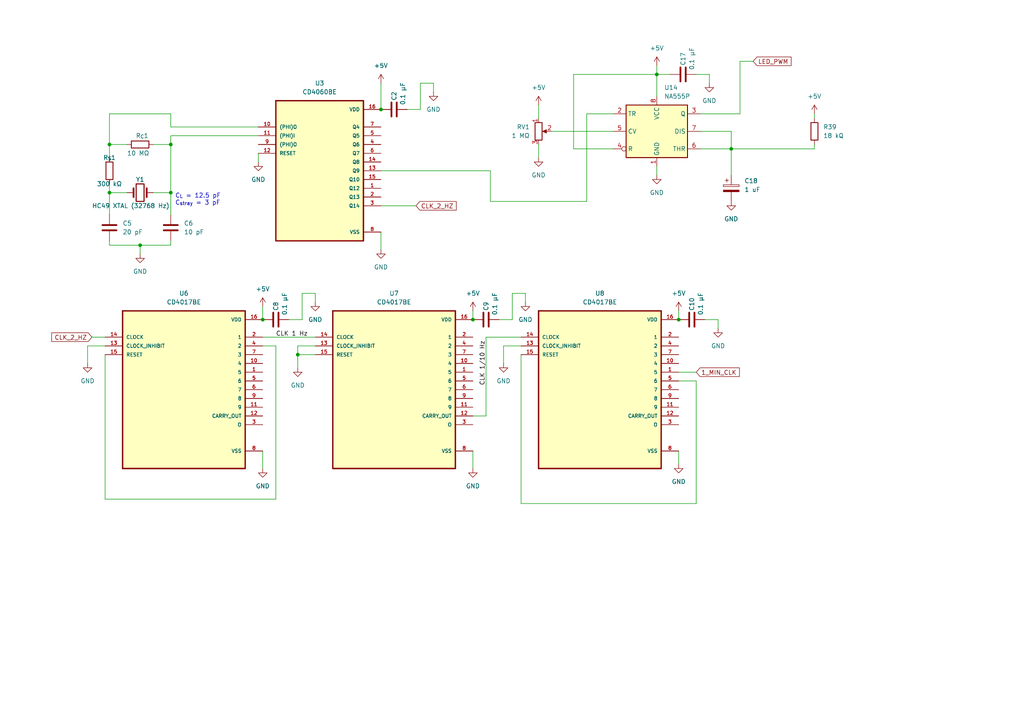
<source format=kicad_sch>
(kicad_sch (version 20250114) (generator "eeschema") (generator_version "9.0")
  (paper "A4")
  (lib_symbols
    (symbol "CD4017BE:CD4017BE" (pin_names (offset 1.016))
      (property "Reference" "U" (at -17.78 23.86 0))
      (property "Value" "CD4017BE" (at -17.78 -26.86 0))
      (symbol "CD4017BE_0_0"
        (rectangle (start -17.78 -22.86) (end 17.78 22.86) (stroke (width 0.41)) (fill (type background)))
        (pin input line (at -22.86 15.24 0) (length 5.08) (name "CLOCK") (number "14"))
        (pin input line (at -22.86 12.7 0) (length 5.08) (name "CLOCK_INHIBIT") (number "13"))
        (pin input line (at -22.86 10.16 0) (length 5.08) (name "RESET") (number "15"))
        (pin power_in line (at 22.86 20.32 180) (length 5.08) (name "VDD") (number "16"))
        (pin output line (at 22.86 15.24 180) (length 5.08) (name "1") (number "2"))
        (pin output line (at 22.86 12.7 180) (length 5.08) (name "2") (number "4"))
        (pin output line (at 22.86 10.16 180) (length 5.08) (name "3") (number "7"))
        (pin output line (at 22.86 7.62 180) (length 5.08) (name "4") (number "10"))
        (pin output line (at 22.86 5.08 180) (length 5.08) (name "5") (number "1"))
        (pin output line (at 22.86 2.54 180) (length 5.08) (name "6") (number "5"))
        (pin output line (at 22.86 0 180) (length 5.08) (name "7") (number "6"))
        (pin output line (at 22.86 -2.54 180) (length 5.08) (name "8") (number "9"))
        (pin output line (at 22.86 -5.08 180) (length 5.08) (name "9") (number "11"))
        (pin output line (at 22.86 -7.62 180) (length 5.08) (name "CARRY_OUT") (number "12"))
        (pin output line (at 22.86 -10.16 180) (length 5.08) (name "O") (number "3"))
        (pin power_in line (at 22.86 -17.78 180) (length 5.08) (name "VSS") (number "8"))
      )
    )
    (symbol "CD4060BE:CD4060BE" (pin_names (offset 1.016))
      (property "Reference" "U" (at -12.7 21.32 0))
      (property "Value" "CD4060BE" (at -12.7 -24.32 0))
      (symbol "CD4060BE_0_0"
        (rectangle (start -12.7 -20.32) (end 12.7 20.32) (stroke (width 0.41)) (fill (type background)))
        (pin input line (at -17.78 12.7 0) (length 5.08) (name "(PHI)O") (number "10"))
        (pin input line (at -17.78 10.16 0) (length 5.08) (name "(PHI)I") (number "11"))
        (pin input line (at -17.78 7.62 0) (length 5.08) (name "(PHI)O") (number "9"))
        (pin input line (at -17.78 5.08 0) (length 5.08) (name "RESET") (number "12"))
        (pin power_in line (at 17.78 17.78 180) (length 5.08) (name "VDD") (number "16"))
        (pin output line (at 17.78 12.7 180) (length 5.08) (name "Q4") (number "7"))
        (pin output line (at 17.78 10.16 180) (length 5.08) (name "Q5") (number "5"))
        (pin output line (at 17.78 7.62 180) (length 5.08) (name "Q6") (number "4"))
        (pin output line (at 17.78 5.08 180) (length 5.08) (name "Q7") (number "6"))
        (pin output line (at 17.78 2.54 180) (length 5.08) (name "Q8") (number "14"))
        (pin output line (at 17.78 0 180) (length 5.08) (name "Q9") (number "13"))
        (pin output line (at 17.78 -2.54 180) (length 5.08) (name "Q10") (number "15"))
        (pin output line (at 17.78 -5.08 180) (length 5.08) (name "Q12") (number "1"))
        (pin output line (at 17.78 -7.62 180) (length 5.08) (name "Q13") (number "2"))
        (pin output line (at 17.78 -10.16 180) (length 5.08) (name "Q14") (number "3"))
        (pin power_in line (at 17.78 -17.78 180) (length 5.08) (name "VSS") (number "8"))
      )
    )
    (symbol "Device:C" (pin_numbers (hide yes)) (pin_names (offset 0.254))
      (property "Reference" "C" (at 0.635 2.54 0))
      (property "Value" "C" (at 0.635 -2.54 0))
      (symbol "C_0_1"
        (polyline (pts (xy -2.032 0.762) (xy 2.032 0.762)) (stroke (width 0.508)))
        (polyline (pts (xy -2.032 -0.762) (xy 2.032 -0.762)) (stroke (width 0.508)))
      )
      (symbol "C_1_1"
        (pin passive line (at 0 3.81 270) (length 2.794) (name "~") (number "1"))
        (pin passive line (at 0 -3.81 90) (length 2.794) (name "~") (number "2"))
      )
    )
    (symbol "Device:C_Polarized" (pin_numbers (hide yes)) (pin_names (offset 0.254))
      (property "Reference" "C" (at 0.635 2.54 0))
      (property "Value" "C_Polarized" (at 0.635 -2.54 0))
      (symbol "C_Polarized_0_1"
        (rectangle (start -2.286 0.508) (end 2.286 1.016))
        (polyline (pts (xy -1.778 2.286) (xy -0.762 2.286)))
        (polyline (pts (xy -1.27 2.794) (xy -1.27 1.778)))
        (rectangle (start 2.286 -0.508) (end -2.286 -1.016) (fill (type outline)))
      )
      (symbol "C_Polarized_1_1"
        (pin passive line (at 0 3.81 270) (length 2.794) (name "~") (number "1"))
        (pin passive line (at 0 -3.81 90) (length 2.794) (name "~") (number "2"))
      )
    )
    (symbol "Device:Crystal" (pin_numbers (hide yes)) (pin_names (offset 1.016) (hide yes))
      (property "Reference" "Y" (at 0 3.81 0))
      (property "Value" "Crystal" (at 0 -3.81 0))
      (symbol "Crystal_0_1"
        (polyline (pts (xy -2.54 0) (xy -1.905 0)))
        (polyline (pts (xy -1.905 -1.27) (xy -1.905 1.27)) (stroke (width 0.508)))
        (rectangle (start -1.143 2.54) (end 1.143 -2.54) (stroke (width 0.3048)))
        (polyline (pts (xy 1.905 -1.27) (xy 1.905 1.27)) (stroke (width 0.508)))
        (polyline (pts (xy 2.54 0) (xy 1.905 0)))
      )
      (symbol "Crystal_1_1"
        (pin passive line (at -3.81 0 0) (length 1.27) (name "1") (number "1"))
        (pin passive line (at 3.81 0 180) (length 1.27) (name "2") (number "2"))
      )
    )
    (symbol "Device:R" (pin_numbers (hide yes)) (pin_names (offset 0))
      (property "Reference" "R" (at 2.032 0 90))
      (property "Value" "R" (at 0 0 90))
      (symbol "R_0_1"
        (rectangle (start -1.016 -2.54) (end 1.016 2.54) (stroke (width 0.254)))
      )
      (symbol "R_1_1"
        (pin passive line (at 0 3.81 270) (length 1.27) (name "~") (number "1"))
        (pin passive line (at 0 -3.81 90) (length 1.27) (name "~") (number "2"))
      )
    )
    (symbol "Device:R_Potentiometer" (pin_names (offset 1.016) (hide yes))
      (property "Reference" "RV" (at -4.445 0 90))
      (property "Value" "R_Potentiometer" (at -2.54 0 90))
      (symbol "R_Potentiometer_0_1"
        (rectangle (start 1.016 2.54) (end -1.016 -2.54) (stroke (width 0.254)))
        (polyline (pts (xy 1.143 0) (xy 2.286 0.508) (xy 2.286 -0.508) (xy 1.143 0)) (fill (type outline)))
        (polyline (pts (xy 2.54 0) (xy 1.524 0)))
      )
      (symbol "R_Potentiometer_1_1"
        (pin passive line (at 0 3.81 270) (length 1.27) (name "1") (number "1"))
        (pin passive line (at 0 -3.81 90) (length 1.27) (name "3") (number "3"))
        (pin passive line (at 3.81 0 180) (length 1.27) (name "2") (number "2"))
      )
    )
    (symbol "Timer:NA555P"
      (property "Reference" "U" (at -10.16 8.89 0))
      (property "Value" "NA555P" (at 2.54 8.89 0))
      (symbol "NA555P_0_0"
        (pin power_in line (at 0 10.16 270) (length 2.54) (name "VCC") (number "8"))
        (pin power_in line (at 0 -10.16 90) (length 2.54) (name "GND") (number "1"))
      )
      (symbol "NA555P_0_1"
        (rectangle (start -8.89 -7.62) (end 8.89 7.62) (stroke (width 0.254)) (fill (type background)))
        (rectangle (start -8.89 -7.62) (end 8.89 7.62) (stroke (width 0.254)) (fill (type background)))
      )
      (symbol "NA555P_1_1"
        (pin input line (at -12.7 5.08 0) (length 3.81) (name "TR") (number "2"))
        (pin input line (at -12.7 0 0) (length 3.81) (name "CV") (number "5"))
        (pin input inverted (at -12.7 -5.08 0) (length 3.81) (name "R") (number "4"))
        (pin output line (at 12.7 5.08 180) (length 3.81) (name "Q") (number "3"))
        (pin input line (at 12.7 0 180) (length 3.81) (name "DIS") (number "7"))
        (pin input line (at 12.7 -5.08 180) (length 3.81) (name "THR") (number "6"))
      )
    )
    (symbol "power:GND" (power) (pin_names (offset 0))
      (property "Value" "GND" (at 0 -3.81 0))
      (symbol "GND_0_1"
        (polyline (pts (xy 0 0) (xy 0 -1.27) (xy 1.27 -1.27) (xy 0 -2.54) (xy -1.27 -1.27) (xy 0 -1.27)))
      )
      (symbol "GND_1_1"
        (pin power_in line (at 0 0 270) (length 0) (hide yes) (name "GND") (number "1"))
      )
    )
    (symbol "power:VDD" (power) (pin_names (offset 0))
      (property "Value" "VDD" (at 0 3.81 0))
      (symbol "VDD_0_1"
        (polyline (pts (xy -0.762 1.27) (xy 0 2.54)))
        (polyline (pts (xy 0 2.54) (xy 0.762 1.27)))
        (polyline (pts (xy 0 0) (xy 0 2.54)))
      )
      (symbol "VDD_1_1"
        (pin power_in line (at 0 0 90) (length 0) (hide yes) (name "VDD") (number "1"))
      )
    )
  )
  (text "C_{L} = 12.5 pF\nC_{stray} = 3 pF" (at 50.8 59.69 0) (effects (font (size 1.27 1.27)) (justify left bottom)))
  (junction (at 49.53 55.88))
  (junction (at 40.64 71.12))
  (junction (at 190.5 21.59))
  (junction (at 212.09 43.18))
  (junction (at 31.75 41.91))
  (junction (at 196.85 92.71))
  (junction (at 31.75 55.88))
  (junction (at 137.16 92.71))
  (junction (at 49.53 41.91))
  (junction (at 86.36 102.87))
  (junction (at 76.2 92.71))
  (junction (at 110.49 31.75))
  (wire (pts (xy 190.5 48.26) (xy 190.5 50.8)))
  (wire (pts (xy 31.75 55.88) (xy 36.83 55.88)))
  (wire (pts (xy 49.53 39.37) (xy 74.93 39.37)))
  (wire (pts (xy 146.05 100.33) (xy 146.05 105.41)))
  (wire (pts (xy 31.75 41.91) (xy 31.75 45.72)))
  (wire (pts (xy 121.92 31.75) (xy 121.92 24.13)))
  (wire (pts (xy 144.78 92.71) (xy 148.59 92.71)))
  (wire (pts (xy 87.63 92.71) (xy 87.63 85.09)))
  (wire (pts (xy 25.4 100.33) (xy 25.4 105.41)))
  (wire (pts (xy 196.85 130.81) (xy 196.85 134.62)))
  (wire (pts (xy 49.53 55.88) (xy 49.53 62.23)))
  (wire (pts (xy 86.36 102.87) (xy 91.44 102.87)))
  (wire (pts (xy 31.75 33.02) (xy 31.75 41.91)))
  (wire (pts (xy 151.13 146.05) (xy 201.93 146.05)))
  (wire (pts (xy 31.75 71.12) (xy 40.64 71.12)))
  (wire (pts (xy 49.53 39.37) (xy 49.53 41.91)))
  (wire (pts (xy 214.63 33.02) (xy 203.2 33.02)))
  (wire (pts (xy 137.16 130.81) (xy 137.16 135.89)))
  (wire (pts (xy 156.21 45.72) (xy 156.21 41.91)))
  (wire (pts (xy 86.36 100.33) (xy 86.36 102.87)))
  (wire (pts (xy 86.36 102.87) (xy 86.36 106.68)))
  (wire (pts (xy 40.64 71.12) (xy 40.64 73.66)))
  (wire (pts (xy 170.18 33.02) (xy 170.18 58.42)))
  (wire (pts (xy 86.36 100.33) (xy 91.44 100.33)))
  (wire (pts (xy 31.75 53.34) (xy 31.75 55.88)))
  (wire (pts (xy 214.63 17.78) (xy 218.44 17.78)))
  (wire (pts (xy 236.22 43.18) (xy 236.22 41.91)))
  (wire (pts (xy 146.05 100.33) (xy 151.13 100.33)))
  (wire (pts (xy 76.2 100.33) (xy 80.01 100.33)))
  (wire (pts (xy 196.85 90.17) (xy 196.85 92.71)))
  (wire (pts (xy 156.21 30.48) (xy 156.21 34.29)))
  (wire (pts (xy 31.75 33.02) (xy 49.53 33.02)))
  (wire (pts (xy 26.67 97.79) (xy 30.48 97.79)))
  (wire (pts (xy 140.97 120.65) (xy 137.16 120.65)))
  (wire (pts (xy 140.97 97.79) (xy 140.97 120.65)))
  (wire (pts (xy 151.13 102.87) (xy 151.13 146.05)))
  (wire (pts (xy 205.74 21.59) (xy 205.74 24.13)))
  (wire (pts (xy 110.49 59.69) (xy 120.65 59.69)))
  (wire (pts (xy 170.18 33.02) (xy 177.8 33.02)))
  (wire (pts (xy 190.5 19.05) (xy 190.5 21.59)))
  (wire (pts (xy 196.85 110.49) (xy 201.93 110.49)))
  (wire (pts (xy 201.93 21.59) (xy 205.74 21.59)))
  (wire (pts (xy 110.49 49.53) (xy 142.24 49.53)))
  (wire (pts (xy 80.01 100.33) (xy 80.01 144.78)))
  (wire (pts (xy 194.31 21.59) (xy 190.5 21.59)))
  (wire (pts (xy 49.53 36.83) (xy 49.53 33.02)))
  (wire (pts (xy 40.64 71.12) (xy 49.53 71.12)))
  (wire (pts (xy 196.85 107.95) (xy 201.93 107.95)))
  (wire (pts (xy 148.59 85.09) (xy 152.4 85.09)))
  (wire (pts (xy 110.49 67.31) (xy 110.49 72.39)))
  (wire (pts (xy 208.28 92.71) (xy 208.28 95.25)))
  (wire (pts (xy 152.4 85.09) (xy 152.4 87.63)))
  (wire (pts (xy 212.09 38.1) (xy 212.09 43.18)))
  (wire (pts (xy 36.83 41.91) (xy 31.75 41.91)))
  (wire (pts (xy 118.11 31.75) (xy 121.92 31.75)))
  (wire (pts (xy 142.24 58.42) (xy 170.18 58.42)))
  (wire (pts (xy 190.5 21.59) (xy 190.5 27.94)))
  (wire (pts (xy 76.2 130.81) (xy 76.2 135.89)))
  (wire (pts (xy 49.53 69.85) (xy 49.53 71.12)))
  (wire (pts (xy 44.45 41.91) (xy 49.53 41.91)))
  (wire (pts (xy 125.73 24.13) (xy 125.73 26.67)))
  (wire (pts (xy 91.44 85.09) (xy 91.44 87.63)))
  (wire (pts (xy 49.53 41.91) (xy 49.53 55.88)))
  (wire (pts (xy 74.93 44.45) (xy 74.93 46.99)))
  (wire (pts (xy 140.97 97.79) (xy 151.13 97.79)))
  (wire (pts (xy 25.4 100.33) (xy 30.48 100.33)))
  (wire (pts (xy 80.01 144.78) (xy 30.48 144.78)))
  (wire (pts (xy 212.09 43.18) (xy 236.22 43.18)))
  (wire (pts (xy 166.37 21.59) (xy 166.37 43.18)))
  (wire (pts (xy 203.2 38.1) (xy 212.09 38.1)))
  (wire (pts (xy 148.59 92.71) (xy 148.59 85.09)))
  (wire (pts (xy 110.49 24.13) (xy 110.49 31.75)))
  (wire (pts (xy 49.53 36.83) (xy 74.93 36.83)))
  (wire (pts (xy 166.37 43.18) (xy 177.8 43.18)))
  (wire (pts (xy 212.09 43.18) (xy 212.09 50.8)))
  (wire (pts (xy 44.45 55.88) (xy 49.53 55.88)))
  (wire (pts (xy 142.24 49.53) (xy 142.24 58.42)))
  (wire (pts (xy 137.16 90.17) (xy 137.16 92.71)))
  (wire (pts (xy 76.2 97.79) (xy 91.44 97.79)))
  (wire (pts (xy 121.92 24.13) (xy 125.73 24.13)))
  (wire (pts (xy 236.22 33.02) (xy 236.22 34.29)))
  (wire (pts (xy 31.75 62.23) (xy 31.75 55.88)))
  (wire (pts (xy 30.48 102.87) (xy 30.48 144.78)))
  (wire (pts (xy 201.93 110.49) (xy 201.93 146.05)))
  (wire (pts (xy 204.47 92.71) (xy 208.28 92.71)))
  (wire (pts (xy 31.75 71.12) (xy 31.75 69.85)))
  (wire (pts (xy 203.2 43.18) (xy 212.09 43.18)))
  (wire (pts (xy 160.02 38.1) (xy 177.8 38.1)))
  (wire (pts (xy 214.63 17.78) (xy 214.63 33.02)))
  (wire (pts (xy 166.37 21.59) (xy 190.5 21.59)))
  (wire (pts (xy 76.2 88.9) (xy 76.2 92.71)))
  (wire (pts (xy 87.63 85.09) (xy 91.44 85.09)))
  (wire (pts (xy 83.82 92.71) (xy 87.63 92.71)))
  (label "CLK 1{slash}10 Hz" (at 140.97 111.76 90))
  (label "CLK 1 Hz" (at 80.01 97.79 0))
  (global_label "LED_PWM" (shape input) (at 218.44 17.78 0) (property "Intersheetrefs" "${INTERSHEET_REFS}" (effects (hide yes))))
  (global_label "1_MIN_CLK" (shape input) (at 201.93 107.95 0) (property "Intersheetrefs" "${INTERSHEET_REFS}" (effects (hide yes))))
  (global_label "CLK_2_HZ" (shape input) (at 26.67 97.79 180) (property "Intersheetrefs" "${INTERSHEET_REFS}" (effects (hide yes))))
  (global_label "CLK_2_HZ" (shape input) (at 120.65 59.69 0) (property "Intersheetrefs" "${INTERSHEET_REFS}" (effects (hide yes))))
  (symbol (lib_id "power:GND") (at 86.36 106.68 0) (unit 1)
    (property "Reference" "#PWR027" (effects (hide yes)))
    (property "Value" "GND" (at 86.36 111.76 0))
  )
  (symbol (lib_id "Device:C") (at 114.3 31.75 90) (unit 1)
    (property "Reference" "C2" (at 114.3 29.21 0) (effects (justify left)))
    (property "Value" "0.1 µF" (at 116.84 30.48 0) (effects (justify left)))
    (property "Footprint" "Capacitor_THT:C_Disc_D5.1mm_W3.2mm_P5.00mm" (effects (hide yes)))
  )
  (symbol (lib_id "power:GND") (at 196.85 134.62 0) (unit 1)
    (property "Reference" "#PWR032" (effects (hide yes)))
    (property "Value" "GND" (at 196.85 139.7 0))
  )
  (symbol (lib_id "power:GND") (at 156.21 45.72 0) (unit 1)
    (property "Reference" "#PWR062" (effects (hide yes)))
    (property "Value" "GND" (at 156.21 50.8 0))
  )
  (symbol (lib_id "power:GND") (at 146.05 105.41 0) (unit 1)
    (property "Reference" "#PWR025" (effects (hide yes)))
    (property "Value" "GND" (at 146.05 110.49 0))
  )
  (symbol (lib_id "Device:C") (at 49.53 66.04 0) (unit 1)
    (property "Reference" "C6" (at 53.34 64.7699 0) (effects (justify left)))
    (property "Value" "10 pF" (at 53.34 67.3099 0) (effects (justify left)))
    (property "Footprint" "Capacitor_THT:C_Disc_D5.1mm_W3.2mm_P5.00mm" (effects (hide yes)))
  )
  (symbol (lib_id "Device:C_Polarized") (at 212.09 54.61 0) (unit 1)
    (property "Reference" "C18" (at 215.9 52.4509 0) (effects (justify left)))
    (property "Value" "1 uF" (at 215.9 54.9909 0) (effects (justify left)))
    (property "Description" "Polarized capacitor" (effects (hide yes)))
  )
  (symbol (lib_id "Device:R") (at 40.64 41.91 270) (unit 1)
    (property "Reference" "R_{C}1" (at 39.37 39.37 90) (effects (justify left)))
    (property "Value" "10 MΩ" (at 36.83 44.45 90) (effects (justify left)))
    (property "Footprint" "Resistor_THT:R_Axial_DIN0204_L3.6mm_D1.6mm_P7.62mm_Horizontal" (effects (hide yes)))
  )
  (symbol (lib_id "Device:R_Potentiometer") (at 156.21 38.1 0) (unit 1)
    (property "Reference" "RV1" (at 153.67 36.8299 0) (effects (justify right)))
    (property "Value" "1 MΩ" (at 153.67 39.3699 0) (effects (justify right)))
    (property "Description" "Potentiometer" (effects (hide yes)))
  )
  (symbol (lib_id "Device:C") (at 31.75 66.04 0) (unit 1)
    (property "Reference" "C5" (at 35.56 64.7699 0) (effects (justify left)))
    (property "Value" "20 pF" (at 35.56 67.3099 0) (effects (justify left)))
    (property "Footprint" "Capacitor_THT:C_Disc_D5.1mm_W3.2mm_P5.00mm" (effects (hide yes)))
  )
  (symbol (lib_id "power:VDD") (at 110.49 24.13 0) (unit 1)
    (property "Reference" "#PWR05" (effects (hide yes)))
    (property "Value" "+5V" (at 110.49 19.05 0))
  )
  (symbol (lib_id "power:VDD") (at 76.2 88.9 0) (unit 1)
    (property "Reference" "#PWR020" (effects (hide yes)))
    (property "Value" "+5V" (at 76.2 83.82 0))
  )
  (symbol (lib_id "power:GND") (at 190.5 50.8 0) (unit 1)
    (property "Reference" "#PWR059" (effects (hide yes)))
    (property "Value" "GND" (at 190.5 55.88 0))
  )
  (symbol (lib_id "power:GND") (at 76.2 135.89 0) (unit 1)
    (property "Reference" "#PWR033" (effects (hide yes)))
    (property "Value" "GND" (at 76.2 140.97 0))
  )
  (symbol (lib_id "power:VDD") (at 156.21 30.48 0) (mirror y) (unit 1)
    (property "Reference" "#PWR063" (effects (hide yes)))
    (property "Value" "+5V" (at 156.21 25.4 0))
  )
  (symbol (lib_id "power:GND") (at 25.4 105.41 0) (unit 1)
    (property "Reference" "#PWR028" (effects (hide yes)))
    (property "Value" "GND" (at 25.4 110.49 0))
  )
  (symbol (lib_id "power:GND") (at 40.64 73.66 0) (unit 1)
    (property "Reference" "#PWR013" (effects (hide yes)))
    (property "Value" "GND" (at 40.64 78.74 0))
  )
  (symbol (lib_id "power:VDD") (at 137.16 90.17 0) (unit 1)
    (property "Reference" "#PWR021" (effects (hide yes)))
    (property "Value" "+5V" (at 137.16 85.09 0))
  )
  (symbol (lib_id "Device:R") (at 236.22 38.1 0) (unit 1)
    (property "Reference" "R39" (at 238.76 36.8299 0) (effects (justify left)))
    (property "Value" "18 kQ" (at 238.76 39.3699 0) (effects (justify left)))
    (property "Description" "Resistor" (effects (hide yes)))
  )
  (symbol (lib_id "power:GND") (at 91.44 87.63 0) (unit 1)
    (property "Reference" "#PWR017" (effects (hide yes)))
    (property "Value" "GND" (at 91.44 92.71 0))
  )
  (symbol (lib_id "power:GND") (at 152.4 87.63 0) (unit 1)
    (property "Reference" "#PWR018" (effects (hide yes)))
    (property "Value" "GND" (at 152.4 92.71 0))
  )
  (symbol (lib_id "power:GND") (at 137.16 135.89 0) (unit 1)
    (property "Reference" "#PWR034" (effects (hide yes)))
    (property "Value" "GND" (at 137.16 140.97 0))
  )
  (symbol (lib_id "Device:C") (at 140.97 92.71 90) (unit 1)
    (property "Reference" "C9" (at 140.97 90.17 0) (effects (justify left)))
    (property "Value" "0.1 µF" (at 143.51 91.44 0) (effects (justify left)))
    (property "Footprint" "Capacitor_THT:C_Disc_D5.1mm_W3.2mm_P5.00mm" (effects (hide yes)))
  )
  (symbol (lib_id "power:GND") (at 208.28 95.25 0) (unit 1)
    (property "Reference" "#PWR019" (effects (hide yes)))
    (property "Value" "GND" (at 208.28 100.33 0))
  )
  (symbol (lib_id "CD4017BE:CD4017BE") (at 53.34 113.03 0) (unit 1)
    (property "Reference" "U6" (at 53.34 85.09 0))
    (property "Value" "CD4017BE" (at 53.34 87.63 0))
    (property "Footprint" "CD4017BE:DIP794W45P254L1969H508Q16" (effects (hide yes)))
  )
  (symbol (lib_id "Device:Crystal") (at 40.64 55.88 0) (unit 1)
    (property "Reference" "Y1" (at 39.37 52.07 0) (effects (justify left)))
    (property "Value" "HC49 XTAL (32768 Hz)" (at 26.67 59.69 0) (effects (justify left)))
    (property "Footprint" "Crystal:Crystal_AT310_D3.0mm_L10.0mm_Horizontal" (effects (hide yes)))
  )
  (symbol (lib_id "CD4060BE:CD4060BE") (at 92.71 49.53 0) (unit 1)
    (property "Reference" "U3" (at 92.71 24.13 0))
    (property "Value" "CD4060BE" (at 92.71 26.67 0))
    (property "Footprint" "CD4060BE:DIP794W45P254L1969H508Q16" (effects (hide yes)))
    (property "Description" "\n                        \n                            CMOS 14-Stage Ripple-Carry Binary Counter/Divider and Oscillator\n                        \n" (effects (hide yes)))
    (property "MF" "Texas Instruments" (effects (hide yes)))
    (property "Package" "PDIP-16 Texas Instruments" (effects (hide yes)))
    (property "Price" "None" (effects (hide yes)))
    (property "SnapEDA_Link" "https://www.snapeda.com/parts/CD4060BE/Texas+Instruments/view-part/?ref=snap" (effects (hide yes)))
    (property "MP" "CD4060BE" (effects (hide yes)))
    (property "Availability" "In Stock" (effects (hide yes)))
    (property "Check_prices" "https://www.snapeda.com/parts/CD4060BE/Texas+Instruments/view-part/?ref=eda" (effects (hide yes)))
  )
  (symbol (lib_id "Device:C") (at 198.12 21.59 90) (unit 1)
    (property "Reference" "C17" (at 198.12 19.05 0) (effects (justify left)))
    (property "Value" "0.1 µF" (at 200.66 20.32 0) (effects (justify left)))
    (property "Footprint" "Capacitor_THT:C_Disc_D5.1mm_W3.2mm_P5.00mm" (effects (hide yes)))
  )
  (symbol (lib_id "power:VDD") (at 236.22 33.02 0) (unit 1)
    (property "Reference" "#PWR064" (effects (hide yes)))
    (property "Value" "+5V" (at 236.22 27.94 0))
  )
  (symbol (lib_id "Timer:NA555P") (at 190.5 38.1 0) (unit 1)
    (property "Reference" "U14" (at 192.6433 25.4 0) (effects (justify left)))
    (property "Value" "NA555P" (at 192.6433 27.94 0) (effects (justify left)))
    (property "Footprint" "Package_DIP:DIP-8_W7.62mm" (effects (hide yes)))
    (property "Datasheet" "http://www.ti.com/lit/ds/symlink/ne555.pdf" (effects (hide yes)))
    (property "Description" "Precision Timers, 555 compatible, PDIP-8" (effects (hide yes)))
  )
  (symbol (lib_id "power:VDD") (at 190.5 19.05 0) (unit 1)
    (property "Reference" "#PWR058" (effects (hide yes)))
    (property "Value" "+5V" (at 190.5 13.97 0))
  )
  (symbol (lib_id "Device:C") (at 200.66 92.71 90) (unit 1)
    (property "Reference" "C10" (at 200.66 90.17 0) (effects (justify left)))
    (property "Value" "0.1 µF" (at 203.2 91.44 0) (effects (justify left)))
    (property "Footprint" "Capacitor_THT:C_Disc_D5.1mm_W3.2mm_P5.00mm" (effects (hide yes)))
  )
  (symbol (lib_id "CD4017BE:CD4017BE") (at 114.3 113.03 0) (unit 1)
    (property "Reference" "U7" (at 114.3 85.09 0))
    (property "Value" "CD4017BE" (at 114.3 87.63 0))
    (property "Footprint" "CD4017BE:DIP794W45P254L1969H508Q16" (effects (hide yes)))
  )
  (symbol (lib_id "power:GND") (at 110.49 72.39 0) (unit 1)
    (property "Reference" "#PWR056" (effects (hide yes)))
    (property "Value" "GND" (at 110.49 77.47 0))
  )
  (symbol (lib_id "power:GND") (at 74.93 46.99 0) (unit 1)
    (property "Reference" "#PWR014" (effects (hide yes)))
    (property "Value" "GND" (at 74.93 52.07 0))
  )
  (symbol (lib_id "Device:C") (at 80.01 92.71 90) (unit 1)
    (property "Reference" "C8" (at 80.01 90.17 0) (effects (justify left)))
    (property "Value" "0.1 µF" (at 82.55 91.44 0) (effects (justify left)))
    (property "Footprint" "Capacitor_THT:C_Disc_D5.1mm_W3.2mm_P5.00mm" (effects (hide yes)))
  )
  (symbol (lib_id "power:VDD") (at 196.85 90.17 0) (unit 1)
    (property "Reference" "#PWR022" (effects (hide yes)))
    (property "Value" "+5V" (at 196.85 85.09 0))
  )
  (symbol (lib_id "power:GND") (at 205.74 24.13 0) (unit 1)
    (property "Reference" "#PWR061" (effects (hide yes)))
    (property "Value" "GND" (at 205.74 29.21 0))
  )
  (symbol (lib_id "CD4017BE:CD4017BE") (at 173.99 113.03 0) (unit 1)
    (property "Reference" "U8" (at 173.99 85.09 0))
    (property "Value" "CD4017BE" (at 173.99 87.63 0))
    (property "Footprint" "CD4017BE:DIP794W45P254L1969H508Q16" (effects (hide yes)))
  )
  (symbol (lib_id "power:GND") (at 125.73 26.67 0) (unit 1)
    (property "Reference" "#PWR07" (effects (hide yes)))
    (property "Value" "GND" (at 125.73 31.75 0))
  )
  (symbol (lib_id "power:GND") (at 212.09 58.42 0) (unit 1)
    (property "Reference" "#PWR060" (effects (hide yes)))
    (property "Value" "GND" (at 212.09 63.5 0))
  )
  (symbol (lib_id "Device:R") (at 31.75 49.53 180) (unit 1)
    (property "Reference" "R_{S}1" (at 31.75 45.72 0))
    (property "Value" "300 kΩ" (at 31.75 53.34 0))
    (property "Footprint" "Resistor_THT:R_Axial_DIN0204_L3.6mm_D1.6mm_P7.62mm_Horizontal" (effects (hide yes)))
  )
)
</source>
